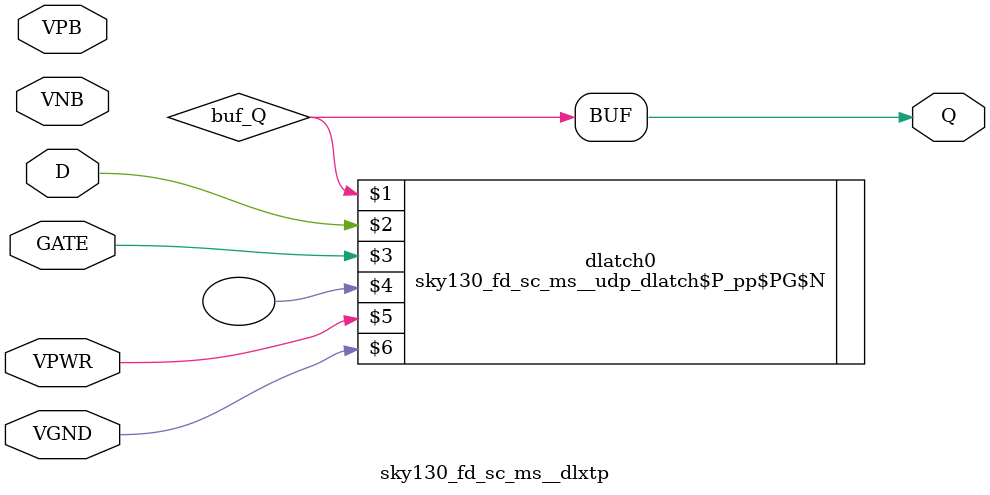
<source format=v>
/*
 * Copyright 2020 The SkyWater PDK Authors
 *
 * Licensed under the Apache License, Version 2.0 (the "License");
 * you may not use this file except in compliance with the License.
 * You may obtain a copy of the License at
 *
 *     https://www.apache.org/licenses/LICENSE-2.0
 *
 * Unless required by applicable law or agreed to in writing, software
 * distributed under the License is distributed on an "AS IS" BASIS,
 * WITHOUT WARRANTIES OR CONDITIONS OF ANY KIND, either express or implied.
 * See the License for the specific language governing permissions and
 * limitations under the License.
 *
 * SPDX-License-Identifier: Apache-2.0
*/


`ifndef SKY130_FD_SC_MS__DLXTP_FUNCTIONAL_PP_V
`define SKY130_FD_SC_MS__DLXTP_FUNCTIONAL_PP_V

/**
 * dlxtp: Delay latch, non-inverted enable, single output.
 *
 * Verilog simulation functional model.
 */

`timescale 1ns / 1ps
`default_nettype none

// Import user defined primitives.
`include "../../models/udp_dlatch_p_pp_pg_n/sky130_fd_sc_ms__udp_dlatch_p_pp_pg_n.v"

`celldefine
module sky130_fd_sc_ms__dlxtp (
    Q   ,
    D   ,
    GATE,
    VPWR,
    VGND,
    VPB ,
    VNB
);

    // Module ports
    output Q   ;
    input  D   ;
    input  GATE;
    input  VPWR;
    input  VGND;
    input  VPB ;
    input  VNB ;

    // Local signals
    wire buf_Q;

    //                                    Name     Output  Other arguments
    sky130_fd_sc_ms__udp_dlatch$P_pp$PG$N dlatch0 (buf_Q , D, GATE, , VPWR, VGND);
    buf                                   buf0    (Q     , buf_Q                );

endmodule
`endcelldefine

`default_nettype wire
`endif  // SKY130_FD_SC_MS__DLXTP_FUNCTIONAL_PP_V
</source>
